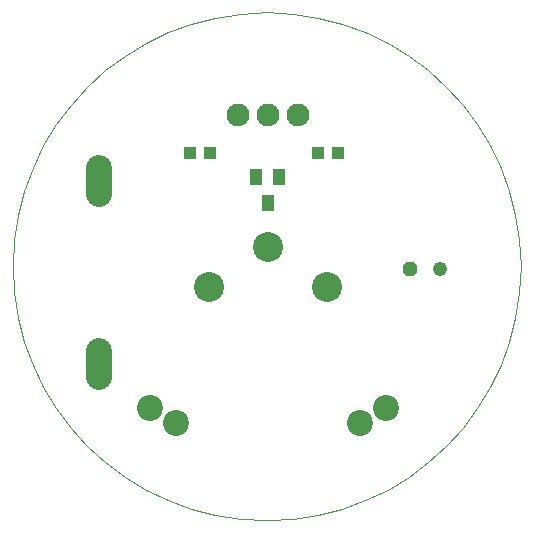
<source format=gbs>
G04 EAGLE Gerber RS-274X export*
G75*
%MOMM*%
%FSLAX34Y34*%
%LPD*%
%INSolder Mask bottom*%
%IPPOS*%
%AMOC8*
5,1,8,0,0,1.08239X$1,22.5*%
G01*
%ADD10C,0.001000*%
%ADD11C,2.540000*%
%ADD12C,2.200000*%
%ADD13C,2.200000*%
%ADD14C,1.930400*%
%ADD15R,1.000000X1.100000*%
%ADD16R,1.000000X1.400000*%
%ADD17P,1.319650X8X202.500000*%
%ADD18C,1.219200*%


D10*
X455400Y240400D02*
X454290Y218418D01*
X451032Y197070D01*
X445734Y176466D01*
X438504Y156712D01*
X429451Y137918D01*
X418681Y120192D01*
X406305Y103640D01*
X392428Y88372D01*
X377160Y74496D01*
X360609Y62119D01*
X342882Y51349D01*
X324088Y42296D01*
X304334Y35066D01*
X283730Y29768D01*
X262383Y26510D01*
X240400Y25400D01*
X218418Y26510D01*
X197070Y29768D01*
X176466Y35066D01*
X156712Y42296D01*
X137918Y51349D01*
X120192Y62119D01*
X103640Y74496D01*
X88372Y88372D01*
X74496Y103640D01*
X62119Y120192D01*
X51349Y137918D01*
X42296Y156712D01*
X35066Y176466D01*
X29768Y197070D01*
X26510Y218418D01*
X25400Y240400D01*
X26510Y262383D01*
X29768Y283730D01*
X35066Y304334D01*
X42296Y324088D01*
X51349Y342882D01*
X62119Y360609D01*
X74496Y377160D01*
X88372Y392428D01*
X103640Y406305D01*
X120192Y418681D01*
X137918Y429451D01*
X156712Y438504D01*
X176466Y445734D01*
X197070Y451032D01*
X218418Y454290D01*
X240400Y455400D01*
X262383Y454290D01*
X283730Y451032D01*
X304334Y445734D01*
X324088Y438504D01*
X342882Y429451D01*
X360609Y418681D01*
X377160Y406305D01*
X392428Y392428D01*
X406305Y377160D01*
X418681Y360609D01*
X429451Y342882D01*
X438504Y324088D01*
X445734Y304334D01*
X451032Y283730D01*
X454290Y262383D01*
X455400Y240400D01*
D11*
X241300Y257125D03*
X291300Y223125D03*
X191300Y223125D03*
D12*
X341199Y120650D03*
X319202Y107950D03*
D13*
X98375Y146600D02*
X98375Y168600D01*
X98375Y301300D02*
X98375Y323300D01*
D12*
X141402Y120650D03*
X163399Y107950D03*
D14*
X241300Y368300D03*
X215900Y368300D03*
X266700Y368300D03*
D15*
X300600Y336550D03*
X283600Y336550D03*
X192650Y336550D03*
X175650Y336550D03*
D16*
X231800Y315800D03*
X241300Y293800D03*
X250800Y315800D03*
D17*
X361950Y238175D03*
D18*
X387350Y238175D03*
M02*

</source>
